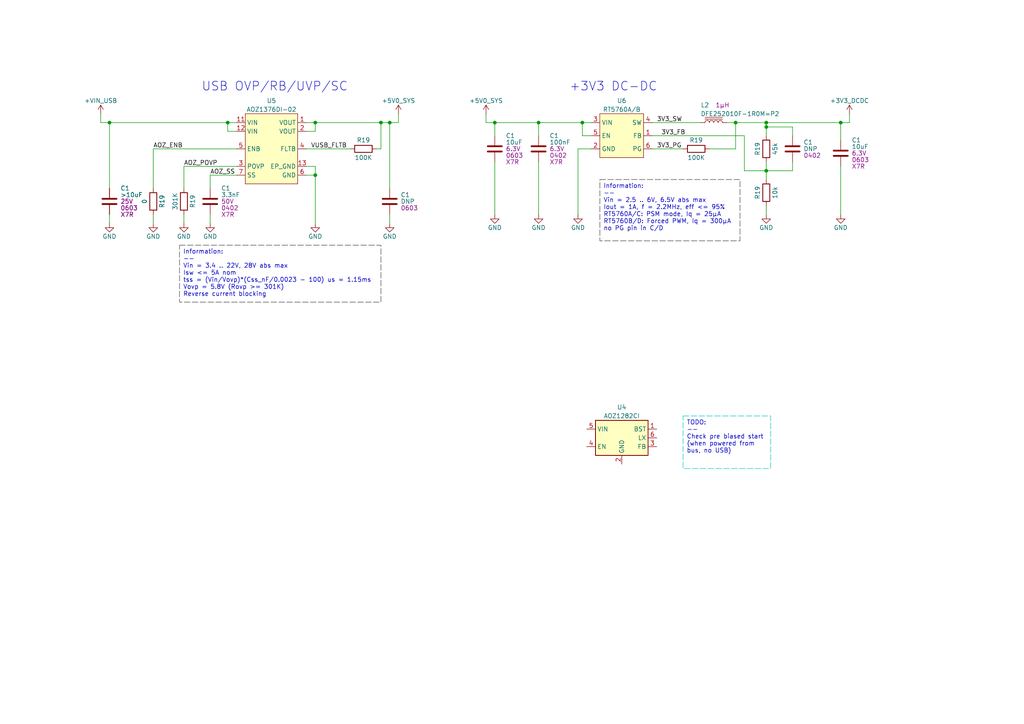
<source format=kicad_sch>
(kicad_sch (version 20230121) (generator eeschema)
  (paper "A4")
  (lib_symbols
    (symbol "Device:C" (pin_numbers hide) (pin_names (offset 0.254))
      (property "Reference" "C" (at 0.635 2.54 0))
      (property "Value" "C" (at 0.635 -2.54 0))
      (symbol "C_0_1"
        (polyline (pts (xy -2.032 -0.762) (xy 2.032 -0.762)) (stroke (width 0.508)))
        (polyline (pts (xy -2.032 0.762) (xy 2.032 0.762)) (stroke (width 0.508)))
      )
      (symbol "C_1_1"
        (pin passive line (at 0 3.81 270) (length 2.794) (name "~") (number "1"))
        (pin passive line (at 0 -3.81 90) (length 2.794) (name "~") (number "2"))
      )
    )
    (symbol "Device:L_Iron" (pin_numbers hide) (pin_names (offset 1.016) hide)
      (property "Reference" "L" (at -1.27 0 90))
      (property "Value" "L_Iron" (at 2.794 0 90))
      (symbol "L_Iron_0_1"
        (arc (start 0 -2.54) (mid 0.6323 -1.905) (end 0 -1.27))
        (arc (start 0 -1.27) (mid 0.6323 -0.635) (end 0 0))
        (polyline (pts (xy 1.016 2.54) (xy 1.016 -2.54)))
        (polyline (pts (xy 1.524 -2.54) (xy 1.524 2.54)))
        (arc (start 0 0) (mid 0.6323 0.635) (end 0 1.27))
        (arc (start 0 1.27) (mid 0.6323 1.905) (end 0 2.54))
      )
      (symbol "L_Iron_1_1"
        (pin passive line (at 0 3.81 270) (length 1.27) (name "1") (number "1"))
        (pin passive line (at 0 -3.81 90) (length 1.27) (name "2") (number "2"))
      )
    )
    (symbol "Device:R" (pin_numbers hide) (pin_names (offset 0))
      (property "Reference" "R" (at 2.032 0 90))
      (property "Value" "R" (at 0 0 90))
      (symbol "R_0_1"
        (rectangle (start -1.016 -2.54) (end 1.016 2.54) (stroke (width 0.254)))
      )
      (symbol "R_1_1"
        (pin passive line (at 0 3.81 270) (length 1.27) (name "~") (number "1"))
        (pin passive line (at 0 -3.81 90) (length 1.27) (name "~") (number "2"))
      )
    )
    (symbol "Regulator_Switching:AOZ1282CI"
      (property "Reference" "U" (at -6.35 -6.35 0))
      (property "Value" "AOZ1282CI" (at -2.54 6.35 0))
      (symbol "AOZ1282CI_0_1"
        (rectangle (start -7.62 5.08) (end 7.62 -5.08) (stroke (width 0.254)) (fill (type background)))
      )
      (symbol "AOZ1282CI_1_1"
        (pin input line (at 10.16 2.54 180) (length 2.54) (name "BST") (number "1"))
        (pin power_in line (at 0 -7.62 90) (length 2.54) (name "GND") (number "2"))
        (pin input line (at 10.16 -2.54 180) (length 2.54) (name "FB") (number "3"))
        (pin input line (at -10.16 -2.54 0) (length 2.54) (name "EN") (number "4"))
        (pin power_in line (at -10.16 2.54 0) (length 2.54) (name "VIN") (number "5"))
        (pin power_out line (at 10.16 0 180) (length 2.54) (name "LX") (number "6"))
      )
    )
    (symbol "power:GND" (power) (pin_names (offset 0))
      (property "Value" "GND" (at 0 -3.81 0))
      (symbol "GND_0_1"
        (polyline (pts (xy 0 0) (xy 0 -1.27) (xy 1.27 -1.27) (xy 0 -2.54) (xy -1.27 -1.27) (xy 0 -1.27)))
      )
      (symbol "GND_1_1"
        (pin power_in line (at 0 0 270) (length 0) hide (name "GND") (number "1"))
      )
    )
    (symbol "vhrd_pmic_regulator:RT5760"
      (property "Reference" "U" (at 1.27 1.27 0))
      (property "Value" "RT5760A/B" (at 5.08 -13.97 0))
      (symbol "RT5760_1_0"
        (rectangle (start 0 0) (end 12.7 -12.7) (fill (type background)))
      )
      (symbol "RT5760_1_1"
        (pin input line (at 15.24 -6.35 180) (length 2.54) (name "FB") (number "1"))
        (pin power_in line (at -2.54 -10.16 0) (length 2.54) (name "GND") (number "2"))
        (pin power_in line (at -2.54 -2.54 0) (length 2.54) (name "VIN") (number "3"))
        (pin power_out line (at 15.24 -2.54 180) (length 2.54) (name "SW") (number "4"))
        (pin input line (at -2.54 -6.35 0) (length 2.54) (name "EN") (number "5"))
        (pin open_emitter line (at 15.24 -10.16 180) (length 2.54) (name "PG") (number "6"))
      )
    )
    (symbol "vhrd_pmic_switch:AOZ1376DI"
      (property "Reference" "U" (at 0.635 1.27 0))
      (property "Value" "AOZ1376DI-02" (at 7.62 -21.59 0))
      (symbol "AOZ1376DI_1_0"
        (rectangle (start 0 0) (end 15.24 -20.32) (fill (type background)))
        (pin power_out line (at 17.78 -2.54 180) (length 2.54) (name "VOUT") (number "1"))
        (pin power_in line (at -2.54 -2.54 0) (length 2.54) (name "VIN") (number "11"))
        (pin power_in line (at -2.54 -5.08 0) (length 2.54) (name "VIN") (number "12"))
        (pin power_in line (at 17.78 -15.24 180) (length 2.54) (name "EP_GND") (number "13"))
        (pin power_out line (at 17.78 -5.08 180) (length 2.54) (name "VOUT") (number "2"))
        (pin input line (at -2.54 -15.24 0) (length 2.54) (name "POVP") (number "3"))
        (pin open_collector line (at 17.78 -10.16 180) (length 2.54) (name "FLTB") (number "4"))
        (pin input line (at -2.54 -10.16 0) (length 2.54) (name "ENB") (number "5"))
        (pin power_in line (at 17.78 -17.78 180) (length 2.54) (name "GND") (number "6"))
        (pin input line (at -2.54 -17.78 0) (length 2.54) (name "SS") (number "7"))
      )
    )
    (symbol "vhrd_power:+3V3_DCDC" (power) (pin_names (offset 0))
      (property "Value" "+3V3_DCDC" (at 0 2.54 0))
      (symbol "+3V3_DCDC_0_0"
        (pin power_in line (at 0 0 90) (length 0) hide (name "+3V3_DCDC") (number "1"))
      )
      (symbol "+3V3_DCDC_0_1"
        (polyline (pts (xy -0.762 1.27) (xy 0 2.54)))
        (polyline (pts (xy 0 0) (xy 0 2.54)))
        (polyline (pts (xy 0 2.54) (xy 0.762 1.27)))
      )
    )
    (symbol "vhrd_power:+5V0_SYS" (power) (pin_names (offset 0))
      (property "Value" "+5V0_SYS" (at 0 3.81 0))
      (symbol "+5V0_SYS_0_1"
        (polyline (pts (xy -0.762 1.27) (xy 0 2.54)))
        (polyline (pts (xy 0 0) (xy 0 2.54)))
        (polyline (pts (xy 0 2.54) (xy 0.762 1.27)))
      )
      (symbol "+5V0_SYS_1_1"
        (pin power_in line (at 0 0 90) (length 0) hide (name "+5V0_SYS") (number "1"))
      )
    )
    (symbol "vhrd_power:+VIN_USB" (power) (pin_names (offset 0))
      (property "Value" "+VIN_USB" (at 0 2.54 0))
      (symbol "+VIN_USB_0_1"
        (polyline (pts (xy -0.762 1.27) (xy 0 2.54)))
        (polyline (pts (xy 0 0) (xy 0 2.54)))
        (polyline (pts (xy 0 2.54) (xy 0.762 1.27)))
      )
      (symbol "+VIN_USB_1_0"
        (pin power_in line (at 0 0 90) (length 0) hide (name "+VIN_USB") (number "1"))
      )
    )
  )
  (junction (at 156.21 35.56))
  (junction (at 66.04 35.56))
  (junction (at 243.84 35.56))
  (junction (at 222.25 49.53))
  (junction (at 168.91 35.56))
  (junction (at 113.03 35.56))
  (junction (at 213.36 35.56))
  (junction (at 110.49 35.56))
  (junction (at 143.51 35.56))
  (junction (at 91.44 50.8))
  (junction (at 222.25 36.83))
  (junction (at 222.25 35.56))
  (junction (at 91.44 35.56))
  (junction (at 31.75 35.56))
  (wire (pts (xy 168.91 35.56) (xy 171.45 35.56)))
  (wire (pts (xy 53.34 62.23) (xy 53.34 64.77)))
  (wire (pts (xy 222.25 49.53) (xy 215.9 49.53)))
  (wire (pts (xy 113.03 62.23) (xy 113.03 64.77)))
  (wire (pts (xy 213.36 43.18) (xy 213.36 35.56)))
  (wire (pts (xy 60.96 54.61) (xy 60.96 50.8)))
  (wire (pts (xy 156.21 46.99) (xy 156.21 62.23)))
  (wire (pts (xy 222.25 35.56) (xy 243.84 35.56)))
  (wire (pts (xy 143.51 35.56) (xy 156.21 35.56)))
  (wire (pts (xy 243.84 35.56) (xy 246.38 35.56)))
  (wire (pts (xy 143.51 46.99) (xy 143.51 62.23)))
  (wire (pts (xy 189.23 39.37) (xy 215.9 39.37)))
  (wire (pts (xy 222.25 59.69) (xy 222.25 62.23)))
  (wire (pts (xy 143.51 35.56) (xy 140.97 35.56)))
  (wire (pts (xy 205.74 43.18) (xy 213.36 43.18)))
  (wire (pts (xy 60.96 50.8) (xy 68.58 50.8)))
  (wire (pts (xy 189.23 43.18) (xy 198.12 43.18)))
  (wire (pts (xy 243.84 48.26) (xy 243.84 62.23)))
  (wire (pts (xy 229.87 39.37) (xy 229.87 36.83)))
  (wire (pts (xy 229.87 49.53) (xy 222.25 49.53)))
  (wire (pts (xy 110.49 43.18) (xy 110.49 35.56)))
  (wire (pts (xy 110.49 35.56) (xy 113.03 35.56)))
  (wire (pts (xy 91.44 64.77) (xy 91.44 50.8)))
  (wire (pts (xy 44.45 43.18) (xy 68.58 43.18)))
  (wire (pts (xy 53.34 48.26) (xy 68.58 48.26)))
  (wire (pts (xy 222.25 49.53) (xy 222.25 52.07)))
  (wire (pts (xy 222.25 46.99) (xy 222.25 49.53)))
  (wire (pts (xy 115.57 35.56) (xy 113.03 35.56)))
  (wire (pts (xy 213.36 35.56) (xy 222.25 35.56)))
  (wire (pts (xy 31.75 62.23) (xy 31.75 64.77)))
  (wire (pts (xy 44.45 54.61) (xy 44.45 43.18)))
  (wire (pts (xy 88.9 50.8) (xy 91.44 50.8)))
  (wire (pts (xy 210.82 35.56) (xy 213.36 35.56)))
  (wire (pts (xy 88.9 38.1) (xy 91.44 38.1)))
  (wire (pts (xy 88.9 35.56) (xy 91.44 35.56)))
  (wire (pts (xy 29.21 33.02) (xy 29.21 35.56)))
  (wire (pts (xy 91.44 38.1) (xy 91.44 35.56)))
  (wire (pts (xy 31.75 35.56) (xy 31.75 54.61)))
  (wire (pts (xy 222.25 36.83) (xy 222.25 39.37)))
  (wire (pts (xy 115.57 35.56) (xy 115.57 33.02)))
  (wire (pts (xy 215.9 49.53) (xy 215.9 39.37)))
  (wire (pts (xy 171.45 39.37) (xy 168.91 39.37)))
  (wire (pts (xy 167.64 62.23) (xy 167.64 43.18)))
  (wire (pts (xy 109.22 43.18) (xy 110.49 43.18)))
  (wire (pts (xy 189.23 35.56) (xy 203.2 35.56)))
  (wire (pts (xy 53.34 54.61) (xy 53.34 48.26)))
  (wire (pts (xy 88.9 48.26) (xy 91.44 48.26)))
  (wire (pts (xy 143.51 39.37) (xy 143.51 35.56)))
  (wire (pts (xy 66.04 35.56) (xy 68.58 35.56)))
  (wire (pts (xy 31.75 35.56) (xy 66.04 35.56)))
  (wire (pts (xy 156.21 35.56) (xy 168.91 35.56)))
  (wire (pts (xy 168.91 39.37) (xy 168.91 35.56)))
  (wire (pts (xy 229.87 46.99) (xy 229.87 49.53)))
  (wire (pts (xy 68.58 38.1) (xy 66.04 38.1)))
  (wire (pts (xy 91.44 48.26) (xy 91.44 50.8)))
  (wire (pts (xy 113.03 35.56) (xy 113.03 54.61)))
  (wire (pts (xy 88.9 43.18) (xy 101.6 43.18)))
  (wire (pts (xy 222.25 35.56) (xy 222.25 36.83)))
  (wire (pts (xy 29.21 35.56) (xy 31.75 35.56)))
  (wire (pts (xy 60.96 62.23) (xy 60.96 64.77)))
  (wire (pts (xy 140.97 33.02) (xy 140.97 35.56)))
  (wire (pts (xy 91.44 35.56) (xy 110.49 35.56)))
  (wire (pts (xy 229.87 36.83) (xy 222.25 36.83)))
  (wire (pts (xy 44.45 62.23) (xy 44.45 64.77)))
  (wire (pts (xy 243.84 35.56) (xy 243.84 40.64)))
  (wire (pts (xy 66.04 38.1) (xy 66.04 35.56)))
  (wire (pts (xy 167.64 43.18) (xy 171.45 43.18)))
  (wire (pts (xy 246.38 33.02) (xy 246.38 35.56)))
  (wire (pts (xy 156.21 39.37) (xy 156.21 35.56)))
  (text_box "Information:\n--\nVin = 3.4 .. 22V, 28V abs max\nIsw <= 5A nom\ntss = (Vin/Vovp)*(Css_nF/0.0023 - 100) us = 1.15ms\nVovp = 5.8V (Rovp >= 301K)\nReverse current blocking" (at 52.07 71.12 0) (size 58.42 16.51) (stroke (width 0.1524) (type dash) (color 72 72 72 1)) (effects (font (size 1.27 1.27)) (justify left top)))
  (text_box "TODO:\n--\nCheck pre biased start (when powered from bus, no USB) \n\n" (at 198.12 120.65 0) (size 25.4 15.24) (stroke (width 0.1524) (type dash) (color 0 194 194 1)) (effects (font (size 1.27 1.27)) (justify left top)))
  (text_box "Information:\n--\nVin = 2.5 .. 6V, 6.5V abs max\nIout = 1A, f = 2.2MHz, eff <= 95%\nRT5760A/C: PSM mode, Iq = 25µA\nRT5760B/D: Forced PWM, Iq = 300µA\nno PG pin in C/D" (at 173.99 52.07 0) (size 40.64 17.78) (stroke (width 0.1524) (type dash) (color 72 72 72 1)) (effects (font (size 1.27 1.27)) (justify left top)))
  (text "USB OVP/RB/UVP/SC" (at 58.42 26.67 0) (effects (font (size 2.54 2.54)) (justify left bottom)))
  (text "+3V3 DC-DC" (at 165.1 26.67 0) (effects (font (size 2.54 2.54)) (justify left bottom)))
  (label "3V3_FB" (at 191.77 39.37 0))
  (label "3V3_PG" (at 190.5 43.18 0))
  (label "AOZ_ENB" (at 44.45 43.18 0))
  (label "AOZ_SS" (at 60.96 50.8 0))
  (label "AOZ_POVP" (at 53.34 48.26 0))
  (label "3V3_SW" (at 190.5 35.56 0))
  (label "VUSB_FLTB" (at 90.17 43.18 0))
  (symbol (lib_id "vhrd_power:+5V0_SYS") (at 140.97 33.02 0) (unit 1)
    (property "Reference" "#PWR089" (effects hide))
    (property "Value" "+5V0_SYS" (at 140.97 29.21 0))
  )
  (symbol (lib_id "Device:R") (at 44.45 58.42 0) (unit 1)
    (property "Reference" "R19" (at 46.99 58.42 90))
    (property "Value" "0" (at 41.91 58.42 90))
    (property "Footprint" "Resistor_SMD:R_0402_1005Metric" (effects hide))
    (instances (project "vb125_eth_fdcan_pro" (path "" (reference "R19") (unit 1)) (path "" (reference "R38") (unit 1)) (path "" (reference "R40") (unit 1))))
  )
  (symbol (lib_id "Device:C") (at 143.51 43.18 0) (unit 1)
    (property "Reference" "C1" (at 146.685 39.37 0) (effects (justify left)))
    (property "Value" "10uF" (at 146.685 41.275 0) (effects (justify left)))
    (property "Voltage" "6.3V" (at 146.685 43.18 0) (effects (justify left)))
    (property "Dielectric" "X7R" (at 146.685 46.99 0) (effects (justify left)))
    (property "Package" "0603" (at 146.685 45.085 0) (effects (justify left)))
    (property "Vworking" "3.3V" (effects hide))
    (instances (project "vb125_eth_fdcan_pro" (path "" (reference "C1") (unit 1)) (path "" (reference "C4") (unit 1)) (path "" (reference "C46") (unit 1))))
  )
  (symbol (lib_id "Device:R") (at 222.25 43.18 180) (unit 1)
    (property "Reference" "R19" (at 219.71 43.18 90))
    (property "Value" "45k" (at 224.79 43.18 90))
    (property "Footprint" "Resistor_SMD:R_0402_1005Metric" (effects hide))
    (instances (project "vb125_eth_fdcan_pro" (path "" (reference "R19") (unit 1)) (path "" (reference "R38") (unit 1)) (path "" (reference "R43") (unit 1))))
  )
  (symbol (lib_id "power:GND") (at 222.25 62.23 0) (unit 1)
    (property "Reference" "#PWR09" (effects hide))
    (property "Value" "GND" (at 222.25 66.04 0))
    (instances (project "vb125_eth_fdcan_pro" (path "" (reference "#PWR09") (unit 1)) (path "" (reference "#PWR091") (unit 1))))
  )
  (symbol (lib_id "Device:C") (at 156.21 43.18 0) (unit 1)
    (property "Reference" "C1" (at 159.385 39.37 0) (effects (justify left)))
    (property "Value" "100nF" (at 159.385 41.275 0) (effects (justify left)))
    (property "Voltage" "6.3V" (at 159.385 43.18 0) (effects (justify left)))
    (property "Dielectric" "X7R" (at 159.385 46.99 0) (effects (justify left)))
    (property "Package" "0402" (at 159.385 45.085 0) (effects (justify left)))
    (property "Vworking" "3.3V" (effects hide))
    (instances (project "vb125_eth_fdcan_pro" (path "" (reference "C1") (unit 1)) (path "" (reference "C4") (unit 1)) (path "" (reference "C45") (unit 1))))
  )
  (symbol (lib_id "Device:R") (at 222.25 55.88 180) (unit 1)
    (property "Reference" "R19" (at 219.71 55.88 90))
    (property "Value" "10k" (at 224.79 55.88 90))
    (property "Footprint" "Resistor_SMD:R_0402_1005Metric" (effects hide))
    (instances (project "vb125_eth_fdcan_pro" (path "" (reference "R19") (unit 1)) (path "" (reference "R38") (unit 1)) (path "" (reference "R44") (unit 1))))
  )
  (symbol (lib_id "Device:C") (at 60.96 58.42 0) (unit 1)
    (property "Reference" "C1" (at 64.135 54.61 0) (effects (justify left)))
    (property "Value" "3.3nF" (at 64.135 56.515 0) (effects (justify left)))
    (property "Voltage" "50V" (at 64.135 58.42 0) (effects (justify left)))
    (property "Dielectric" "X7R" (at 64.135 62.23 0) (effects (justify left)))
    (property "Package" "0402" (at 64.135 60.325 0) (effects (justify left)))
    (property "Vworking" "20V" (effects hide))
    (instances (project "vb125_eth_fdcan_pro" (path "" (reference "C1") (unit 1)) (path "" (reference "C15") (unit 1)) (path "" (reference "C41") (unit 1)) (path "" (reference "C42") (unit 1))))
  )
  (symbol (lib_id "Device:R") (at 201.93 43.18 90) (unit 1)
    (property "Reference" "R19" (at 201.93 40.64 90))
    (property "Value" "100K" (at 201.93 45.72 90))
    (property "Footprint" "Resistor_SMD:R_0402_1005Metric" (effects hide))
    (instances (project "vb125_eth_fdcan_pro" (path "" (reference "R19") (unit 1)) (path "" (reference "R38") (unit 1)) (path "" (reference "R42") (unit 1))))
  )
  (symbol (lib_id "power:GND") (at 91.44 64.77 0) (unit 1)
    (property "Reference" "#PWR020" (effects hide))
    (property "Value" "GND" (at 91.44 68.58 0))
    (instances (project "vb125_eth_fdcan_pro" (path "" (reference "#PWR020") (unit 1)) (path "" (reference "#PWR068") (unit 1)) (path "" (reference "#PWR079") (unit 1))))
  )
  (symbol (lib_id "vhrd_power:+VIN_USB") (at 29.21 33.02 0) (unit 1)
    (property "Reference" "#PWR065" (effects hide))
    (property "Value" "+VIN_USB" (at 29.21 29.21 0))
    (instances (project "vb125_eth_fdcan_pro" (path "" (reference "#PWR065") (unit 1)) (path "" (reference "#PWR077") (unit 1))))
  )
  (symbol (lib_id "power:GND") (at 243.84 62.23 0) (unit 1)
    (property "Reference" "#PWR09" (effects hide))
    (property "Value" "GND" (at 243.84 66.04 0))
    (instances (project "vb125_eth_fdcan_pro" (path "" (reference "#PWR09") (unit 1)) (path "" (reference "#PWR090") (unit 1))))
  )
  (symbol (lib_id "Device:C") (at 113.03 58.42 0) (unit 1)
    (property "Reference" "C1" (at 116.205 56.515 0) (effects (justify left)))
    (property "Value" "DNP" (at 116.205 58.42 0) (effects (justify left)))
    (property "Package" "0603" (at 116.205 60.325 0) (effects (justify left)))
    (instances (project "vb125_eth_fdcan_pro" (path "" (reference "C1") (unit 1)) (path "" (reference "C15") (unit 1)) (path "" (reference "C41") (unit 1)) (path "" (reference "C44") (unit 1))))
  )
  (symbol (lib_id "Device:C") (at 243.84 44.45 0) (unit 1)
    (property "Reference" "C1" (at 247.015 40.64 0) (effects (justify left)))
    (property "Value" "10uF" (at 247.015 42.545 0) (effects (justify left)))
    (property "Voltage" "6.3V" (at 247.015 44.45 0) (effects (justify left)))
    (property "Dielectric" "X7R" (at 247.015 48.26 0) (effects (justify left)))
    (property "Package" "0603" (at 247.015 46.355 0) (effects (justify left)))
    (property "Vworking" "3.3V" (effects hide))
    (instances (project "vb125_eth_fdcan_pro" (path "" (reference "C1") (unit 1)) (path "" (reference "C4") (unit 1)) (path "" (reference "C48") (unit 1))))
  )
  (symbol (lib_id "power:GND") (at 53.34 64.77 0) (unit 1)
    (property "Reference" "#PWR020" (effects hide))
    (property "Value" "GND" (at 53.34 68.58 0))
    (instances (project "vb125_eth_fdcan_pro" (path "" (reference "#PWR020") (unit 1)) (path "" (reference "#PWR069") (unit 1)) (path "" (reference "#PWR081") (unit 1))))
  )
  (symbol (lib_id "Device:L_Iron") (at 207.01 35.56 90) (unit 1)
    (property "Reference" "L2" (at 204.47 30.48 90))
    (property "Value" "DFE252010F-1R0M=P2" (at 214.63 33.02 90))
    (property "Footprint" "Inductor_SMD:L_1008_2520Metric" (effects hide))
    (property "Spn1" "Digikey:490-13040-1-ND" (effects hide))
    (property "Inductance" "1µH" (at 209.55 30.48 90))
    (property "Irated" "3.1A" (effects hide))
    (property "Isat" "4.6A" (effects hide))
  )
  (symbol (lib_id "Device:C") (at 31.75 58.42 0) (unit 1)
    (property "Reference" "C1" (at 34.925 54.61 0) (effects (justify left)))
    (property "Value" ">10uF" (at 34.925 56.515 0) (effects (justify left)))
    (property "Voltage" "25V" (at 34.925 58.42 0) (effects (justify left)))
    (property "Dielectric" "X7R" (at 34.925 62.23 0) (effects (justify left)))
    (property "Package" "0603" (at 34.925 60.325 0) (effects (justify left)))
    (property "Vworking" "20V" (effects hide))
    (instances (project "vb125_eth_fdcan_pro" (path "" (reference "C1") (unit 1)) (path "" (reference "C15") (unit 1)) (path "" (reference "C41") (unit 1)) (path "" (reference "C43") (unit 1))))
  )
  (symbol (lib_id "power:GND") (at 44.45 64.77 0) (unit 1)
    (property "Reference" "#PWR020" (effects hide))
    (property "Value" "GND" (at 44.45 68.58 0))
    (instances (project "vb125_eth_fdcan_pro" (path "" (reference "#PWR020") (unit 1)) (path "" (reference "#PWR069") (unit 1)) (path "" (reference "#PWR082") (unit 1))))
  )
  (symbol (lib_id "power:GND") (at 167.64 62.23 0) (unit 1)
    (property "Reference" "#PWR09" (effects hide))
    (property "Value" "GND" (at 167.64 66.04 0))
    (instances (project "vb125_eth_fdcan_pro" (path "" (reference "#PWR09") (unit 1)) (path "" (reference "#PWR087") (unit 1))))
  )
  (symbol (lib_id "Regulator_Switching:AOZ1282CI") (at 180.34 127 0) (unit 1)
    (property "Reference" "U4" (at 180.34 118.11 0))
    (property "Value" "AOZ1282CI" (at 180.34 120.65 0))
    (property "Footprint" "Package_TO_SOT_SMD:SOT-23-6" (effects hide))
    (property "Datasheet" "http://aosmd.com/res/data_sheets/AOZ1282CI.pdf" (effects hide))
  )
  (symbol (lib_id "power:GND") (at 113.03 64.77 0) (unit 1)
    (property "Reference" "#PWR020" (effects hide))
    (property "Value" "GND" (at 113.03 68.58 0))
    (instances (project "vb125_eth_fdcan_pro" (path "" (reference "#PWR020") (unit 1)) (path "" (reference "#PWR069") (unit 1)) (path "" (reference "#PWR085") (unit 1))))
  )
  (symbol (lib_id "Device:R") (at 105.41 43.18 90) (unit 1)
    (property "Reference" "R19" (at 105.41 40.64 90))
    (property "Value" "100K" (at 105.41 45.72 90))
    (property "Footprint" "Resistor_SMD:R_0402_1005Metric" (effects hide))
    (instances (project "vb125_eth_fdcan_pro" (path "" (reference "R19") (unit 1)) (path "" (reference "R38") (unit 1)) (path "" (reference "R41") (unit 1))))
  )
  (symbol (lib_id "power:GND") (at 143.51 62.23 0) (unit 1)
    (property "Reference" "#PWR09" (effects hide))
    (property "Value" "GND" (at 143.51 66.04 0))
    (instances (project "vb125_eth_fdcan_pro" (path "" (reference "#PWR09") (unit 1)) (path "" (reference "#PWR088") (unit 1))))
  )
  (symbol (lib_id "vhrd_pmic_switch:AOZ1376DI") (at 71.12 33.02 0) (unit 1)
    (property "Reference" "U5" (at 78.74 29.21 0))
    (property "Value" "AOZ1376DI-02" (at 78.74 31.75 0))
    (property "Datasheet" "https://aosmd.com/sites/default/files/res/data_sheets/AOZ1376DI-01.pdf" (effects hide))
  )
  (symbol (lib_id "vhrd_power:+3V3_DCDC") (at 246.38 33.02 0) (unit 1)
    (property "Reference" "#PWR092" (effects hide))
    (property "Value" "+3V3_DCDC" (at 246.38 29.21 0))
  )
  (symbol (lib_id "Device:R") (at 53.34 58.42 0) (unit 1)
    (property "Reference" "R19" (at 55.88 58.42 90))
    (property "Value" "301K" (at 50.8 58.42 90))
    (property "Footprint" "Resistor_SMD:R_0402_1005Metric" (effects hide))
    (instances (project "vb125_eth_fdcan_pro" (path "" (reference "R19") (unit 1)) (path "" (reference "R38") (unit 1)) (path "" (reference "R39") (unit 1))))
  )
  (symbol (lib_id "power:GND") (at 31.75 64.77 0) (unit 1)
    (property "Reference" "#PWR020" (effects hide))
    (property "Value" "GND" (at 31.75 68.58 0))
    (instances (project "vb125_eth_fdcan_pro" (path "" (reference "#PWR020") (unit 1)) (path "" (reference "#PWR069") (unit 1)) (path "" (reference "#PWR083") (unit 1))))
  )
  (symbol (lib_id "vhrd_pmic_regulator:RT5760") (at 173.99 33.02 0) (unit 1)
    (property "Reference" "U6" (at 180.34 29.21 0))
    (property "Value" "RT5760A/B" (at 180.34 31.75 0))
    (property "Footprint" "Package_TO_SOT_SMD:SOT-563" (effects hide))
    (property "Datasheet" "https://www.richtek.com/SaveDownload.aspx?specid=RT5760A/RT5760B/RT5760C/RT5760D" (effects hide))
  )
  (symbol (lib_id "Device:C") (at 229.87 43.18 0) (unit 1)
    (property "Reference" "C1" (at 233.045 41.275 0) (effects (justify left)))
    (property "Value" "DNP" (at 233.045 43.18 0) (effects (justify left)))
    (property "Package" "0402" (at 233.045 45.085 0) (effects (justify left)))
    (instances (project "vb125_eth_fdcan_pro" (path "" (reference "C1") (unit 1)) (path "" (reference "C4") (unit 1)) (path "" (reference "C47") (unit 1))))
  )
  (symbol (lib_id "power:GND") (at 60.96 64.77 0) (unit 1)
    (property "Reference" "#PWR020" (effects hide))
    (property "Value" "GND" (at 60.96 68.58 0))
    (instances (project "vb125_eth_fdcan_pro" (path "" (reference "#PWR020") (unit 1)) (path "" (reference "#PWR069") (unit 1)) (path "" (reference "#PWR080") (unit 1))))
  )
  (symbol (lib_id "vhrd_power:+5V0_SYS") (at 115.57 33.02 0) (unit 1)
    (property "Reference" "#PWR084" (effects hide))
    (property "Value" "+5V0_SYS" (at 115.57 29.21 0))
  )
  (symbol (lib_id "power:GND") (at 156.21 62.23 0) (unit 1)
    (property "Reference" "#PWR09" (effects hide))
    (property "Value" "GND" (at 156.21 66.04 0))
    (instances (project "vb125_eth_fdcan_pro" (path "" (reference "#PWR09") (unit 1)) (path "" (reference "#PWR086") (unit 1))))
  )
)
</source>
